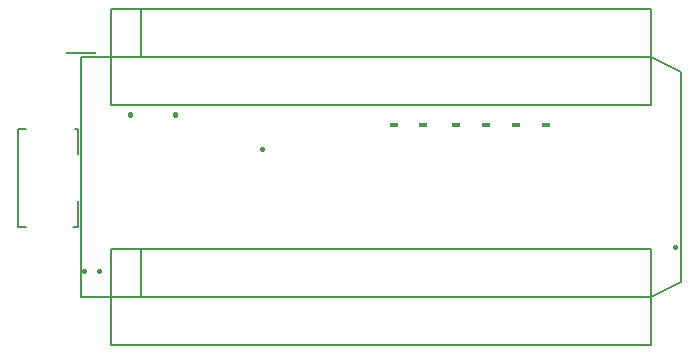
<source format=gbo>
G75*
%MOIN*%
%OFA0B0*%
%FSLAX25Y25*%
%IPPOS*%
%LPD*%
%AMOC8*
5,1,8,0,0,1.08239X$1,22.5*
%
%ADD10R,0.03000X0.01500*%
%ADD11C,0.01500*%
%ADD12C,0.00800*%
%ADD13R,0.10000X0.01000*%
D10*
X0128100Y0081100D03*
X0137600Y0081100D03*
X0148600Y0081100D03*
X0158600Y0081100D03*
X0168600Y0081100D03*
X0178600Y0081100D03*
D11*
X0221600Y0040510D02*
X0221600Y0040290D01*
X0084210Y0073100D02*
X0083990Y0073100D01*
X0055000Y0084490D02*
X0055000Y0084710D01*
X0040100Y0084710D02*
X0040100Y0084490D01*
X0029810Y0032300D02*
X0029590Y0032300D01*
X0024910Y0032300D02*
X0024690Y0032300D01*
D12*
X0033600Y0007600D02*
X0213600Y0007600D01*
X0213600Y0039600D01*
X0043600Y0039600D01*
X0043600Y0023600D01*
X0213600Y0023600D01*
X0223600Y0028600D01*
X0223600Y0098600D01*
X0213600Y0103600D01*
X0043600Y0103600D01*
X0043600Y0119600D01*
X0033600Y0119600D01*
X0033600Y0103600D01*
X0033600Y0087600D01*
X0213600Y0087600D01*
X0213600Y0119600D01*
X0043600Y0119600D01*
X0043600Y0103600D02*
X0033600Y0103600D01*
X0023600Y0103600D01*
X0023600Y0023600D01*
X0033600Y0023600D01*
X0033600Y0007600D01*
X0033600Y0023600D02*
X0033600Y0039600D01*
X0043600Y0039600D01*
X0022768Y0047065D02*
X0021193Y0047065D01*
X0022768Y0047065D02*
X0022768Y0055726D01*
X0005445Y0047065D02*
X0002689Y0047065D01*
X0002689Y0079742D01*
X0005445Y0079742D01*
X0021587Y0079742D02*
X0022768Y0079742D01*
X0022768Y0071474D01*
X0036100Y0103600D02*
X0041100Y0103600D01*
X0046100Y0103600D02*
X0051100Y0103600D01*
X0056100Y0103600D02*
X0061100Y0103600D01*
X0066100Y0103600D02*
X0071100Y0103600D01*
X0076100Y0103600D02*
X0081100Y0103600D01*
X0086100Y0103600D02*
X0091100Y0103600D01*
X0096100Y0103600D02*
X0101100Y0103600D01*
X0106100Y0103600D02*
X0111100Y0103600D01*
X0116100Y0103600D02*
X0121100Y0103600D01*
X0126100Y0103600D02*
X0131100Y0103600D01*
X0136100Y0103600D02*
X0141100Y0103600D01*
X0146100Y0103600D02*
X0151100Y0103600D01*
X0156100Y0103600D02*
X0161100Y0103600D01*
X0166100Y0103600D02*
X0171100Y0103600D01*
X0176100Y0103600D02*
X0181100Y0103600D01*
X0186100Y0103600D02*
X0191100Y0103600D01*
X0196100Y0103600D02*
X0201100Y0103600D01*
X0206100Y0103600D02*
X0211100Y0103600D01*
X0211100Y0023600D02*
X0206100Y0023600D01*
X0201100Y0023600D02*
X0196100Y0023600D01*
X0191100Y0023600D02*
X0186100Y0023600D01*
X0181100Y0023600D02*
X0176100Y0023600D01*
X0171100Y0023600D02*
X0166100Y0023600D01*
X0161100Y0023600D02*
X0156100Y0023600D01*
X0151100Y0023600D02*
X0146100Y0023600D01*
X0141100Y0023600D02*
X0136100Y0023600D01*
X0131100Y0023600D02*
X0126100Y0023600D01*
X0121100Y0023600D02*
X0116100Y0023600D01*
X0111100Y0023600D02*
X0106100Y0023600D01*
X0101100Y0023600D02*
X0096100Y0023600D01*
X0091100Y0023600D02*
X0086100Y0023600D01*
X0081100Y0023600D02*
X0076100Y0023600D01*
X0071100Y0023600D02*
X0066100Y0023600D01*
X0061100Y0023600D02*
X0056100Y0023600D01*
X0051100Y0023600D02*
X0046100Y0023600D01*
X0043600Y0023600D02*
X0033600Y0023600D01*
X0036100Y0023600D02*
X0041100Y0023600D01*
D13*
X0023600Y0105100D03*
M02*

</source>
